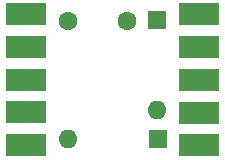
<source format=gts>
G04 #@! TF.GenerationSoftware,KiCad,Pcbnew,8.0.0*
G04 #@! TF.CreationDate,2024-03-08T06:59:15+01:00*
G04 #@! TF.ProjectId,JoyMega3,4a6f794d-6567-4613-932e-6b696361645f,rev?*
G04 #@! TF.SameCoordinates,Original*
G04 #@! TF.FileFunction,Soldermask,Top*
G04 #@! TF.FilePolarity,Negative*
%FSLAX46Y46*%
G04 Gerber Fmt 4.6, Leading zero omitted, Abs format (unit mm)*
G04 Created by KiCad (PCBNEW 8.0.0) date 2024-03-08 06:59:15*
%MOMM*%
%LPD*%
G01*
G04 APERTURE LIST*
%ADD10C,1.600000*%
%ADD11R,3.480000X1.846667*%
%ADD12R,1.600000X1.600000*%
%ADD13O,1.600000X1.600000*%
G04 APERTURE END LIST*
D10*
X123600000Y-75500000D03*
X118600000Y-75500000D03*
D11*
X115062500Y-86040000D03*
X115062500Y-83270000D03*
X115062500Y-80500000D03*
X115062500Y-77730000D03*
X115062500Y-74960000D03*
D12*
X126210000Y-85500000D03*
D13*
X118590000Y-85500000D03*
D12*
X126200000Y-75488800D03*
D13*
X126200000Y-83108800D03*
D11*
X129700000Y-74978000D03*
X129700000Y-77748000D03*
X129700000Y-80518000D03*
X129700000Y-83288000D03*
X129700000Y-86058000D03*
M02*

</source>
